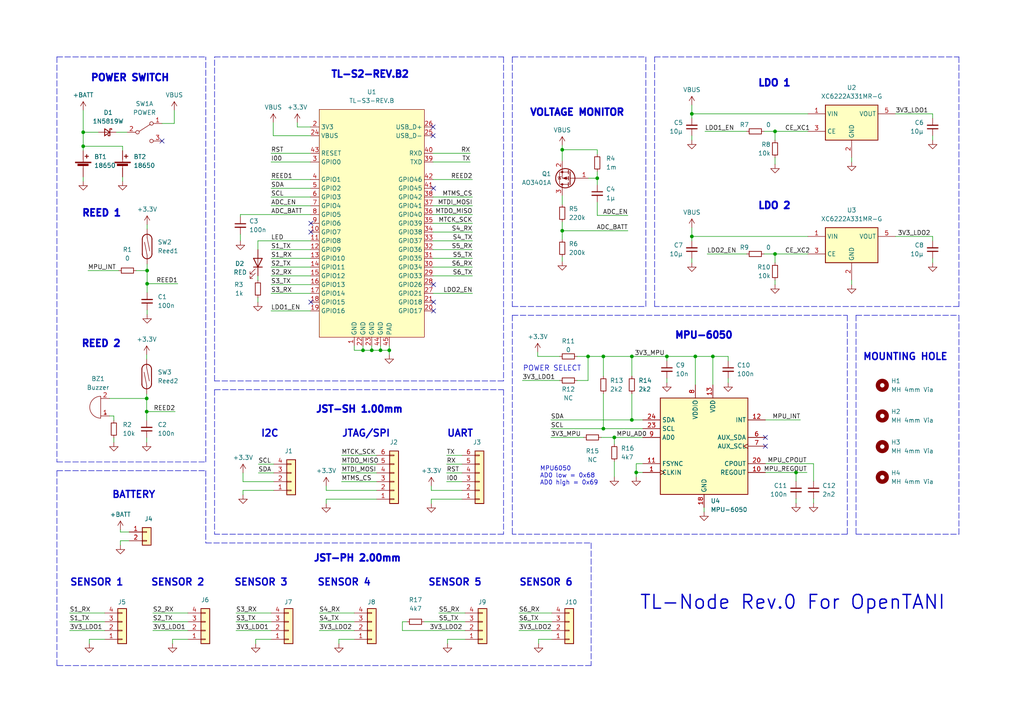
<source format=kicad_sch>
(kicad_sch (version 20211123) (generator eeschema)
  (paper "A4")
  (title_block (title "TL-Node Rev.0") (date "2022-10-10") (rev "0"))
  (junction (at 42.672 82.296))
  (junction (at 175.006 103.378))
  (junction (at 110.363 101.6))
  (junction (at 224.79 73.66))
  (junction (at 184.531 137.033))
  (junction (at 24.13 42.418))
  (junction (at 42.545 115.57))
  (junction (at 173.228 51.689))
  (junction (at 224.79 38.1))
  (junction (at 42.672 78.486))
  (junction (at 163.068 43.434))
  (junction (at 183.261 121.793))
  (junction (at 24.13 38.354))
  (junction (at 175.006 124.333))
  (junction (at 183.261 103.378))
  (junction (at 201.676 103.378))
  (junction (at 112.903 101.6))
  (junction (at 42.545 119.38))
  (junction (at 163.068 66.929))
  (junction (at 170.561 103.378))
  (junction (at 178.181 126.873))
  (junction (at 200.66 68.58))
  (junction (at 206.756 103.378))
  (junction (at 105.283 101.6))
  (junction (at 193.421 103.378))
  (junction (at 200.66 33.02))
  (junction (at 107.823 101.6))
  (junction (at 230.886 137.033))
  (no_connect (at 221.996 126.873))
  (no_connect (at 221.996 129.413))
  (no_connect (at 125.603 36.83))
  (no_connect (at 125.603 39.37))
  (no_connect (at 46.99 40.894))
  (no_connect (at 90.17 87.63))
  (no_connect (at 125.73 90.17))
  (no_connect (at 125.73 87.63))
  (no_connect (at 125.73 82.55))
  (no_connect (at 90.17 67.31))
  (no_connect (at 90.17 64.77))
  (no_connect (at 125.73 54.61))
  (wire (pts (xy 224.79 73.66) (xy 224.79 76.2)))
  (wire (pts (xy 200.66 33.02) (xy 200.66 34.29)))
  (wire (pts (xy 70.485 137.16) (xy 70.485 139.7)))
  (polyline (pts (xy 278.13 154.94) (xy 278.13 91.44)))
  (wire (pts (xy 42.545 114.3) (xy 42.545 115.57)))
  (wire (pts (xy 42.672 82.296) (xy 42.672 84.836)))
  (wire (pts (xy 112.903 100.33) (xy 112.903 101.6)))
  (wire (pts (xy 35.56 42.418) (xy 35.56 43.688)))
  (wire (pts (xy 94.615 144.78) (xy 109.22 144.78)))
  (wire (pts (xy 178.181 126.873) (xy 178.181 128.778)))
  (wire (pts (xy 224.79 45.72) (xy 224.79 47.625)))
  (wire (pts (xy 173.228 51.689) (xy 173.228 53.594)))
  (wire (pts (xy 136.398 44.45) (xy 125.603 44.45)))
  (wire (pts (xy 74.93 134.62) (xy 79.375 134.62)))
  (wire (pts (xy 178.181 126.873) (xy 186.436 126.873)))
  (wire (pts (xy 235.966 134.493) (xy 221.996 134.493)))
  (wire (pts (xy 125.603 77.47) (xy 137.033 77.47)))
  (wire (pts (xy 46.99 35.814) (xy 50.546 35.814)))
  (wire (pts (xy 94.615 142.24) (xy 94.615 140.97)))
  (polyline (pts (xy 16.51 136.525) (xy 16.51 193.04)))
  (wire (pts (xy 42.672 65.151) (xy 42.672 66.421)))
  (wire (pts (xy 116.713 180.34) (xy 116.713 182.88)))
  (wire (pts (xy 102.743 185.42) (xy 98.298 185.42)))
  (wire (pts (xy 200.66 33.02) (xy 234.315 33.02)))
  (wire (pts (xy 74.803 80.01) (xy 74.803 81.28)))
  (wire (pts (xy 90.043 54.61) (xy 78.613 54.61)))
  (wire (pts (xy 78.613 52.07) (xy 90.043 52.07)))
  (wire (pts (xy 167.386 110.363) (xy 170.561 110.363)))
  (wire (pts (xy 24.13 51.308) (xy 24.13 52.578)))
  (wire (pts (xy 24.13 42.418) (xy 35.56 42.418)))
  (wire (pts (xy 110.363 100.33) (xy 110.363 101.6)))
  (polyline (pts (xy 189.865 16.51) (xy 278.13 16.51)))
  (wire (pts (xy 230.886 139.573) (xy 230.886 137.033)))
  (wire (pts (xy 125.603 67.31) (xy 137.033 67.31)))
  (wire (pts (xy 44.323 180.34) (xy 54.483 180.34)))
  (wire (pts (xy 170.561 103.378) (xy 175.006 103.378)))
  (wire (pts (xy 78.613 44.45) (xy 90.043 44.45)))
  (wire (pts (xy 20.193 177.8) (xy 30.353 177.8)))
  (wire (pts (xy 105.283 101.6) (xy 107.823 101.6)))
  (wire (pts (xy 170.688 51.689) (xy 173.228 51.689)))
  (polyline (pts (xy 16.51 16.51) (xy 59.69 16.51)))
  (polyline (pts (xy 16.51 16.51) (xy 16.51 133.985)))
  (wire (pts (xy 125.603 80.01) (xy 137.033 80.01)))
  (wire (pts (xy 173.228 49.784) (xy 173.228 51.689)))
  (wire (pts (xy 270.51 33.02) (xy 270.51 34.29)))
  (wire (pts (xy 200.66 68.58) (xy 234.315 68.58)))
  (wire (pts (xy 99.06 139.7) (xy 109.22 139.7)))
  (wire (pts (xy 173.228 62.484) (xy 173.228 58.674)))
  (wire (pts (xy 70.485 142.24) (xy 79.375 142.24)))
  (wire (pts (xy 235.966 139.573) (xy 235.966 134.493)))
  (wire (pts (xy 200.66 66.04) (xy 200.66 68.58)))
  (wire (pts (xy 37.465 154.305) (xy 34.925 154.305)))
  (polyline (pts (xy 148.59 88.9) (xy 187.325 88.9)))
  (wire (pts (xy 129.54 134.62) (xy 133.985 134.62)))
  (wire (pts (xy 39.497 78.486) (xy 42.672 78.486)))
  (wire (pts (xy 31.75 115.57) (xy 42.545 115.57)))
  (wire (pts (xy 42.545 119.38) (xy 50.8 119.38)))
  (polyline (pts (xy 59.69 133.985) (xy 59.69 16.51)))
  (wire (pts (xy 156.21 185.42) (xy 156.21 186.69)))
  (wire (pts (xy 92.583 180.34) (xy 102.743 180.34)))
  (wire (pts (xy 221.615 73.66) (xy 224.79 73.66)))
  (wire (pts (xy 224.79 73.66) (xy 234.315 73.66)))
  (wire (pts (xy 42.545 119.38) (xy 42.545 121.92)))
  (wire (pts (xy 125.095 142.24) (xy 133.985 142.24)))
  (wire (pts (xy 125.095 142.24) (xy 125.095 140.97)))
  (wire (pts (xy 102.743 101.6) (xy 105.283 101.6)))
  (wire (pts (xy 163.068 56.769) (xy 163.068 59.309)))
  (wire (pts (xy 201.676 111.633) (xy 201.676 103.378)))
  (wire (pts (xy 125.095 146.05) (xy 125.095 144.78)))
  (polyline (pts (xy 171.45 157.48) (xy 171.45 193.04)))
  (wire (pts (xy 221.615 38.1) (xy 224.79 38.1)))
  (wire (pts (xy 86.233 36.83) (xy 90.043 36.83)))
  (wire (pts (xy 205.105 73.66) (xy 216.535 73.66)))
  (polyline (pts (xy 189.865 88.9) (xy 189.865 16.51)))
  (wire (pts (xy 204.47 38.1) (xy 216.535 38.1)))
  (wire (pts (xy 44.323 177.8) (xy 54.483 177.8)))
  (wire (pts (xy 90.043 57.15) (xy 78.613 57.15)))
  (wire (pts (xy 230.886 144.653) (xy 230.886 145.923)))
  (wire (pts (xy 221.996 121.793) (xy 232.156 121.793)))
  (wire (pts (xy 78.613 59.69) (xy 90.043 59.69)))
  (wire (pts (xy 163.068 74.549) (xy 163.068 75.819)))
  (wire (pts (xy 79.248 35.56) (xy 79.248 39.37)))
  (wire (pts (xy 99.06 134.62) (xy 109.22 134.62)))
  (wire (pts (xy 247.015 45.72) (xy 247.015 46.99)))
  (wire (pts (xy 50.038 185.42) (xy 50.038 186.69)))
  (wire (pts (xy 68.453 177.8) (xy 78.613 177.8)))
  (wire (pts (xy 116.713 182.88) (xy 134.874 182.88)))
  (polyline (pts (xy 59.69 136.525) (xy 59.69 157.48)))
  (wire (pts (xy 204.216 147.193) (xy 204.216 148.463)))
  (wire (pts (xy 136.398 46.99) (xy 125.603 46.99)))
  (polyline (pts (xy 146.05 16.51) (xy 146.05 110.49)))
  (wire (pts (xy 186.436 134.493) (xy 184.531 134.493)))
  (wire (pts (xy 163.068 42.164) (xy 163.068 43.434)))
  (wire (pts (xy 24.13 32.004) (xy 24.13 38.354)))
  (wire (pts (xy 102.743 100.33) (xy 102.743 101.6)))
  (wire (pts (xy 35.56 51.308) (xy 35.56 52.578)))
  (wire (pts (xy 270.51 74.93) (xy 270.51 76.2)))
  (wire (pts (xy 78.613 77.47) (xy 90.043 77.47)))
  (polyline (pts (xy 146.05 154.94) (xy 62.23 154.94)))
  (wire (pts (xy 129.54 139.7) (xy 133.985 139.7)))
  (wire (pts (xy 235.966 144.653) (xy 235.966 145.923)))
  (wire (pts (xy 211.201 109.728) (xy 211.201 110.998)))
  (wire (pts (xy 78.613 72.39) (xy 90.043 72.39)))
  (wire (pts (xy 33.02 128.27) (xy 33.02 127)))
  (wire (pts (xy 182.118 62.484) (xy 173.228 62.484)))
  (polyline (pts (xy 278.13 16.51) (xy 278.13 88.9)))
  (wire (pts (xy 42.672 89.916) (xy 42.672 91.186)))
  (polyline (pts (xy 62.23 113.03) (xy 146.05 113.03)))
  (wire (pts (xy 150.495 182.88) (xy 160.02 182.88)))
  (wire (pts (xy 174.371 126.873) (xy 178.181 126.873)))
  (wire (pts (xy 99.06 137.16) (xy 109.22 137.16)))
  (wire (pts (xy 25.527 78.486) (xy 34.417 78.486)))
  (polyline (pts (xy 245.745 154.94) (xy 148.59 154.94)))
  (wire (pts (xy 94.615 144.78) (xy 94.615 146.05)))
  (wire (pts (xy 137.033 57.15) (xy 125.603 57.15)))
  (wire (pts (xy 221.996 137.033) (xy 230.886 137.033)))
  (wire (pts (xy 33.02 120.65) (xy 33.02 121.92)))
  (wire (pts (xy 68.453 180.34) (xy 78.613 180.34)))
  (wire (pts (xy 90.043 82.55) (xy 78.613 82.55)))
  (polyline (pts (xy 59.69 157.48) (xy 171.45 157.48)))
  (wire (pts (xy 24.13 38.354) (xy 24.13 42.418)))
  (wire (pts (xy 34.925 154.305) (xy 34.925 153.67)))
  (wire (pts (xy 125.095 144.78) (xy 133.985 144.78)))
  (polyline (pts (xy 62.23 110.49) (xy 62.23 16.51)))
  (wire (pts (xy 184.531 137.033) (xy 184.531 138.303)))
  (wire (pts (xy 137.033 62.23) (xy 125.603 62.23)))
  (wire (pts (xy 163.068 64.389) (xy 163.068 66.929)))
  (wire (pts (xy 184.531 137.033) (xy 186.436 137.033)))
  (wire (pts (xy 90.043 85.09) (xy 78.613 85.09)))
  (wire (pts (xy 107.823 101.6) (xy 110.363 101.6)))
  (wire (pts (xy 170.561 103.378) (xy 170.561 110.363)))
  (wire (pts (xy 200.66 30.48) (xy 200.66 33.02)))
  (wire (pts (xy 125.603 74.93) (xy 137.033 74.93)))
  (wire (pts (xy 74.803 86.36) (xy 74.803 87.63)))
  (polyline (pts (xy 62.23 113.03) (xy 62.23 154.94)))
  (wire (pts (xy 270.51 68.58) (xy 270.51 69.85)))
  (wire (pts (xy 112.903 101.6) (xy 112.903 102.87)))
  (wire (pts (xy 137.033 59.69) (xy 125.603 59.69)))
  (wire (pts (xy 125.603 69.85) (xy 137.033 69.85)))
  (wire (pts (xy 78.613 80.01) (xy 90.043 80.01)))
  (wire (pts (xy 34.925 156.845) (xy 34.925 158.115)))
  (wire (pts (xy 74.803 69.85) (xy 90.043 69.85)))
  (wire (pts (xy 163.068 66.929) (xy 163.068 69.469)))
  (polyline (pts (xy 187.325 88.9) (xy 187.325 16.51)))
  (polyline (pts (xy 171.45 193.04) (xy 16.51 193.04)))
  (wire (pts (xy 167.386 103.378) (xy 170.561 103.378)))
  (wire (pts (xy 247.015 81.28) (xy 247.015 82.55)))
  (wire (pts (xy 68.453 182.88) (xy 78.613 182.88)))
  (wire (pts (xy 42.672 78.486) (xy 42.672 82.296)))
  (wire (pts (xy 193.421 103.378) (xy 201.676 103.378)))
  (wire (pts (xy 69.723 62.23) (xy 90.043 62.23)))
  (polyline (pts (xy 16.51 136.525) (xy 59.69 136.525)))
  (wire (pts (xy 20.193 180.34) (xy 30.353 180.34)))
  (wire (pts (xy 224.79 38.1) (xy 224.79 40.64)))
  (wire (pts (xy 183.261 121.793) (xy 186.436 121.793)))
  (wire (pts (xy 175.006 124.333) (xy 186.436 124.333)))
  (wire (pts (xy 79.375 139.7) (xy 70.485 139.7)))
  (wire (pts (xy 206.756 111.633) (xy 206.756 103.378)))
  (wire (pts (xy 51.562 82.296) (xy 42.672 82.296)))
  (wire (pts (xy 175.006 103.378) (xy 183.261 103.378)))
  (wire (pts (xy 78.613 74.93) (xy 90.043 74.93)))
  (wire (pts (xy 183.261 103.378) (xy 193.421 103.378)))
  (polyline (pts (xy 16.51 133.985) (xy 59.69 133.985)))
  (wire (pts (xy 79.248 39.37) (xy 90.043 39.37)))
  (polyline (pts (xy 148.59 91.44) (xy 148.59 154.94)))
  (wire (pts (xy 74.803 72.39) (xy 74.803 69.85)))
  (wire (pts (xy 193.421 103.378) (xy 193.421 104.648)))
  (wire (pts (xy 224.79 81.28) (xy 224.79 82.55)))
  (wire (pts (xy 86.233 35.56) (xy 86.233 36.83)))
  (wire (pts (xy 24.13 38.354) (xy 28.575 38.354)))
  (wire (pts (xy 78.613 46.99) (xy 90.043 46.99)))
  (wire (pts (xy 98.298 185.42) (xy 98.298 186.69)))
  (wire (pts (xy 137.033 64.77) (xy 125.603 64.77)))
  (wire (pts (xy 159.766 121.793) (xy 183.261 121.793)))
  (wire (pts (xy 183.261 114.173) (xy 183.261 121.793)))
  (wire (pts (xy 42.545 115.57) (xy 42.545 119.38)))
  (wire (pts (xy 123.063 180.34) (xy 134.874 180.34)))
  (wire (pts (xy 42.672 76.581) (xy 42.672 78.486)))
  (wire (pts (xy 107.823 100.33) (xy 107.823 101.6)))
  (wire (pts (xy 70.485 142.24) (xy 70.485 143.51)))
  (wire (pts (xy 92.583 177.8) (xy 102.743 177.8)))
  (wire (pts (xy 178.181 133.858) (xy 178.181 138.303)))
  (wire (pts (xy 200.66 74.93) (xy 200.66 76.2)))
  (wire (pts (xy 259.715 68.58) (xy 270.51 68.58)))
  (polyline (pts (xy 148.59 91.44) (xy 245.745 91.44)))
  (wire (pts (xy 69.723 62.23) (xy 69.723 62.865)))
  (polyline (pts (xy 146.05 110.49) (xy 62.23 110.49)))
  (polyline (pts (xy 62.23 16.51) (xy 146.05 16.51)))
  (wire (pts (xy 175.006 103.378) (xy 175.006 109.093)))
  (wire (pts (xy 110.363 101.6) (xy 112.903 101.6)))
  (polyline (pts (xy 248.285 154.94) (xy 278.13 154.94)))
  (wire (pts (xy 129.794 185.42) (xy 129.794 186.69)))
  (wire (pts (xy 175.006 114.173) (xy 175.006 124.333)))
  (wire (pts (xy 156.21 185.42) (xy 160.02 185.42)))
  (wire (pts (xy 50.546 32.004) (xy 50.546 35.814)))
  (wire (pts (xy 150.495 180.34) (xy 160.02 180.34)))
  (wire (pts (xy 162.306 103.378) (xy 155.956 103.378)))
  (wire (pts (xy 74.168 185.42) (xy 74.168 186.69)))
  (wire (pts (xy 94.615 142.24) (xy 109.22 142.24)))
  (polyline (pts (xy 146.05 113.03) (xy 146.05 154.94)))
  (wire (pts (xy 42.545 127) (xy 42.545 128.27)))
  (wire (pts (xy 155.956 103.378) (xy 155.956 102.108)))
  (polyline (pts (xy 148.59 16.51) (xy 187.325 16.51)))
  (wire (pts (xy 259.715 33.02) (xy 270.51 33.02)))
  (polyline (pts (xy 248.285 91.44) (xy 248.285 154.94)))
  (wire (pts (xy 184.531 134.493) (xy 184.531 137.033)))
  (wire (pts (xy 211.201 103.378) (xy 211.201 104.648)))
  (wire (pts (xy 200.66 40.64) (xy 200.66 39.37)))
  (polyline (pts (xy 248.285 91.44) (xy 278.13 91.44)))
  (wire (pts (xy 159.766 124.333) (xy 175.006 124.333)))
  (wire (pts (xy 50.038 185.42) (xy 54.483 185.42)))
  (wire (pts (xy 163.068 43.434) (xy 163.068 46.609)))
  (wire (pts (xy 24.13 43.688) (xy 24.13 42.418)))
  (polyline (pts (xy 245.745 91.44) (xy 245.745 154.94)))
  (wire (pts (xy 173.228 44.704) (xy 173.228 43.434)))
  (wire (pts (xy 33.02 120.65) (xy 31.75 120.65)))
  (wire (pts (xy 183.261 103.378) (xy 183.261 109.093)))
  (wire (pts (xy 34.925 156.845) (xy 37.465 156.845)))
  (wire (pts (xy 125.603 52.07) (xy 137.033 52.07)))
  (wire (pts (xy 201.676 103.378) (xy 206.756 103.378)))
  (wire (pts (xy 163.068 66.929) (xy 182.118 66.929)))
  (wire (pts (xy 129.54 132.08) (xy 133.985 132.08)))
  (wire (pts (xy 150.495 177.8) (xy 160.02 177.8)))
  (wire (pts (xy 74.168 185.42) (xy 78.613 185.42)))
  (wire (pts (xy 25.908 185.42) (xy 30.353 185.42)))
  (wire (pts (xy 151.511 110.363) (xy 162.306 110.363)))
  (wire (pts (xy 105.283 100.33) (xy 105.283 101.6)))
  (wire (pts (xy 44.323 182.88) (xy 54.483 182.88)))
  (wire (pts (xy 99.06 132.08) (xy 109.22 132.08)))
  (wire (pts (xy 129.54 137.16) (xy 133.985 137.16)))
  (polyline (pts (xy 278.13 88.9) (xy 189.865 88.9)))
  (wire (pts (xy 33.655 38.354) (xy 36.83 38.354)))
  (wire (pts (xy 116.713 180.34) (xy 117.983 180.34)))
  (wire (pts (xy 125.603 85.09) (xy 137.033 85.09)))
  (wire (pts (xy 25.908 185.42) (xy 25.908 186.69)))
  (wire (pts (xy 125.603 72.39) (xy 137.033 72.39)))
  (wire (pts (xy 270.51 39.37) (xy 270.51 40.64)))
  (wire (pts (xy 69.723 67.945) (xy 69.723 69.85)))
  (wire (pts (xy 129.794 185.42) (xy 134.874 185.42)))
  (wire (pts (xy 92.583 182.88) (xy 102.743 182.88)))
  (wire (pts (xy 224.79 38.1) (xy 234.315 38.1)))
  (wire (pts (xy 78.613 90.17) (xy 90.043 90.17)))
  (wire (pts (xy 193.421 109.728) (xy 193.421 110.998)))
  (wire (pts (xy 230.886 137.033) (xy 234.061 137.033)))
  (wire (pts (xy 211.201 103.378) (xy 206.756 103.378)))
  (polyline (pts (xy 148.59 16.51) (xy 148.59 88.9)))
  (wire (pts (xy 20.193 182.88) (xy 30.353 182.88)))
  (wire (pts (xy 159.766 126.873) (xy 169.291 126.873)))
  (wire (pts (xy 200.66 68.58) (xy 200.66 69.85)))
  (wire (pts (xy 173.228 43.434) (xy 163.068 43.434)))
  (wire (pts (xy 42.545 102.87) (xy 42.545 104.14)))
  (wire (pts (xy 74.93 137.16) (xy 79.375 137.16)))
  (wire (pts (xy 127.254 177.8) (xy 134.874 177.8)))
  (text "LDO 2" (at 219.71 60.96 0) (effects (font (size 2 2) (thickness 0.6) bold) (justify left bottom)))
  (text "TL-S2-REV.B2" (at 95.885 22.86 0) (effects (font (size 2 2) (thickness 0.6) bold) (justify left bottom)))
  (text "SENSOR 4" (at 91.948 170.18 0) (effects (font (size 2 2) (thickness 0.4) bold) (justify left bottom)))
  (text "TL-Node Rev.0 For OpenTANI" (at 185.42 177.165 0) (effects (font (size 4 4) (thickness 0.4) bold) (justify left bottom)))
  (text "SENSOR 5" (at 124.079 170.18 0) (effects (font (size 2 2) (thickness 0.4) bold) (justify left bottom)))
  (text "SENSOR 6" (at 150.495 170.18 0) (effects (font (size 2 2) (thickness 0.4) bold) (justify left bottom)))
  (text "MPU-6050" (at 195.58 98.552 0) (effects (font (size 2 2) (thickness 0.6) bold) (justify left bottom)))
  (text "VOLTAGE MONITOR" (at 153.543 33.909 0) (effects (font (size 2 2) (thickness 0.6) bold) (justify left bottom)))
  (text "REED 1" (at 23.622 63.119 0) (effects (font (size 2 2) (thickness 0.6) bold) (justify left bottom)))
  (text "JTAG/SPI" (at 99.06 127 0) (effects (font (size 2 2) (thickness 0.4) bold) (justify left bottom)))
  (text "MOUNTING HOLE" (at 250.19 104.775 0) (effects (font (size 2 2) (thickness 0.4) bold) (justify left bottom)))
  (text "SENSOR 3" (at 67.818 170.18 0) (effects (font (size 2 2) (thickness 0.4) bold) (justify left bottom)))
  (text "MPU6050 \nAD0 low = 0x68\nAD0 high = 0x69" (at 156.591 140.843 0) (effects (font (size 1.27 1.27)) (justify left bottom)))
  (text "UART" (at 129.54 127 0) (effects (font (size 2 2) (thickness 0.4) bold) (justify left bottom)))
  (text "REED 2" (at 23.495 100.965 0) (effects (font (size 2 2) (thickness 0.6) bold) (justify left bottom)))
  (text "BATTERY" (at 32.385 144.78 0) (effects (font (size 2 2) (thickness 0.4) bold) (justify left bottom)))
  (text "POWER SWITCH" (at 26.162 23.876 0) (effects (font (size 2 2) (thickness 0.6) bold) (justify left bottom)))
  (text "JST-PH 2.00mm" (at 90.805 163.195 0) (effects (font (size 2 2) (thickness 0.6) bold) (justify left bottom)))
  (text "JST-SH 1.00mm" (at 91.44 120.015 0) (effects (font (size 2 2) (thickness 0.6) bold) (justify left bottom)))
  (text "SENSOR 1" (at 20.193 170.18 0) (effects (font (size 2 2) (thickness 0.4) bold) (justify left bottom)))
  (text "I2C" (at 75.565 127 0) (effects (font (size 2 2) (thickness 0.4) bold) (justify left bottom)))
  (text "POWER SELECT" (at 151.638 107.823 0) (effects (font (size 1.5 1.5)) (justify left bottom)))
  (text "LDO 1" (at 219.71 25.4 0) (effects (font (size 2 2) (thickness 0.6) bold) (justify left bottom)))
  (text "SENSOR 2" (at 43.688 170.18 0) (effects (font (size 2 2) (thickness 0.4) bold) (justify left bottom)))
  (label "S3_RX" (at 78.613 85.09 0))
  (label "S1_TX" (at 20.193 180.34 0))
  (label "S4_TX" (at 137.033 69.85 180))
  (label "ADC_BATT" (at 182.118 66.929 180))
  (label "3V3_MPU" (at 159.766 126.873 0))
  (label "MTCK_SCK" (at 137.033 64.77 180))
  (label "S2_RX" (at 44.323 177.8 0))
  (label "MPU_AD0" (at 178.816 126.873 0))
  (label "SCL" (at 159.766 124.333 0))
  (label "SDA" (at 159.766 121.793 0))
  (label "LED" (at 78.613 69.85 0))
  (label "TX" (at 129.54 132.08 0))
  (label "S6_TX" (at 137.033 80.01 180))
  (label "MTMS_CS" (at 137.033 57.15 180))
  (label "3V3_LDO2" (at 124.587 182.88 0))
  (label "ADC_BATT" (at 78.613 62.23 0))
  (label "SCL" (at 78.613 57.15 0))
  (label "SCL" (at 74.93 134.62 0))
  (label "S5_RX" (at 127.254 177.8 0))
  (label "MPU_REGOUT" (at 234.061 137.033 180))
  (label "S1_TX" (at 78.613 72.39 0))
  (label "S3_TX" (at 68.453 180.34 0))
  (label "LDO1_EN" (at 204.47 38.1 0))
  (label "ADC_EN" (at 182.118 62.484 180))
  (label "REED2" (at 50.8 119.38 180))
  (label "CE_XC2" (at 234.95 73.66 180))
  (label "MTDO_MISO" (at 99.06 134.62 0))
  (label "S4_TX" (at 92.583 180.34 0))
  (label "RST" (at 78.613 44.45 0))
  (label "REED1" (at 78.613 52.07 0))
  (label "3V3_LDO1" (at 20.193 182.88 0))
  (label "MTDO_MISO" (at 137.033 62.23 180))
  (label "S2_TX" (at 44.323 180.34 0))
  (label "S1_RX" (at 20.193 177.8 0))
  (label "CE_XC1" (at 234.95 38.1 180))
  (label "MPU_INT" (at 25.527 78.486 0))
  (label "MTDI_MOSI" (at 99.06 137.16 0))
  (label "RX" (at 136.398 44.45 180))
  (label "3V3_LDO1" (at 68.453 182.88 0))
  (label "S5_RX" (at 137.033 72.39 180))
  (label "RX" (at 129.54 134.62 0))
  (label "S4_RX" (at 92.583 177.8 0))
  (label "S6_RX" (at 150.495 177.8 0))
  (label "MTCK_SCK" (at 99.06 132.08 0))
  (label "LDO1_EN" (at 78.613 90.17 0))
  (label "LDO2_EN" (at 137.033 85.09 180))
  (label "LDO2_EN" (at 205.105 73.66 0))
  (label "MTDI_MOSI" (at 137.033 59.69 180))
  (label "S3_RX" (at 68.453 177.8 0))
  (label "MPU_INT" (at 232.156 121.793 180))
  (label "I00" (at 129.54 139.7 0))
  (label "RST" (at 129.54 137.16 0))
  (label "MTMS_CS" (at 99.06 139.7 0))
  (label "REED1" (at 51.562 82.296 180))
  (label "S6_TX" (at 150.495 180.34 0))
  (label "3V3_LDO1" (at 44.323 182.88 0))
  (label "SDA" (at 74.93 137.16 0))
  (label "3V3_LDO2" (at 150.495 182.88 0))
  (label "TX" (at 136.398 46.99 180))
  (label "3V3_LDO1" (at 269.24 33.02 180))
  (label "3V3_MPU" (at 192.786 103.378 180))
  (label "SDA" (at 78.613 54.61 0))
  (label "I00" (at 78.613 46.99 0))
  (label "S6_RX" (at 137.033 77.47 180))
  (label "S4_RX" (at 137.033 67.31 180))
  (label "ADC_EN" (at 78.613 59.69 0))
  (label "3V3_LDO1" (at 151.511 110.363 0))
  (label "S3_TX" (at 78.613 82.55 0))
  (label "3V3_LDO2" (at 92.583 182.88 0))
  (label "3V3_LDO2" (at 269.875 68.58 180))
  (label "S2_RX" (at 78.613 80.01 0))
  (label "S5_TX" (at 137.033 74.93 180))
  (label "MPU_CPOUT" (at 222.631 134.493 0))
  (label "S1_RX" (at 78.613 74.93 0))
  (label "REED2" (at 137.033 52.07 180))
  (label "S2_TX" (at 78.613 77.47 0))
  (label "S5_TX" (at 127.254 180.34 0))
  (symbol (lib_id "power:GND") (at 69.723 69.85 0) (unit 1)
    (property "Reference" "#PWR014" (effects hide))
    (property "Value" "GND" (effects hide))
  )
  (symbol (lib_id "power:GND") (at 230.886 145.923 0) (unit 1)
    (property "Reference" "#PWR043" (effects hide))
    (property "Value" "GND" (effects hide))
  )
  (symbol (lib_id "Device:C_Small") (at 42.545 124.46 180) (unit 1)
    (property "Reference" "C2" (at 45.72 123.1835 0) (effects (justify right)))
    (property "Value" "100n" (at 45.72 125.7235 0) (effects (justify right)))
    (property "Footprint" "TL_Library:C_0402_TL" (effects hide))
  )
  (symbol (lib_id "Device:D_Schottky_Small") (at 31.115 38.354 0) (mirror y) (unit 1)
    (property "Reference" "D1" (at 31.369 32.639 0))
    (property "Value" "1N5819W" (at 31.369 35.179 0))
    (property "Footprint" "TL_Library:D_SOD-123F" (effects hide))
  )
  (symbol (lib_id "power:+3.3V") (at 86.233 35.56 0) (unit 1)
    (property "Reference" "#PWR020" (effects hide))
    (property "Value" "+3.3V" (at 86.233 31.115 0))
  )
  (symbol (lib_id "power:GND") (at 224.79 82.55 0) (unit 1)
    (property "Reference" "#PWR042" (effects hide))
    (property "Value" "GND" (effects hide))
  )
  (symbol (lib_id "Device:Battery_Cell") (at 35.56 48.768 0) (unit 1)
    (property "Reference" "BT2" (at 38.735 45.4659 0) (effects (justify left)))
    (property "Value" "18650" (at 38.735 48.0059 0) (effects (justify left)))
    (property "Footprint" "TL_Library:BatteryHolder_MPD_BH-18650-PC2" (effects hide))
  )
  (symbol (lib_id "power:+BATT") (at 24.13 32.004 0) (unit 1)
    (property "Reference" "#PWR01" (effects hide))
    (property "Value" "+BATT" (at 24.13 27.559 0))
  )
  (symbol (lib_id "power:GND") (at 193.421 110.998 0) (unit 1)
    (property "Reference" "#PWR034" (effects hide))
    (property "Value" "GND" (effects hide))
  )
  (symbol (lib_id "Device:Buzzer") (at 29.21 118.11 180) (unit 1)
    (property "Reference" "BZ1" (at 28.448 109.855 0))
    (property "Value" "Buzzer" (at 28.448 112.395 0))
    (property "Footprint" "TL_Library:JST_SH_BM02B-SRSS-TB_1x02-1MP_P1.00mm_Vertical" (effects hide))
  )
  (symbol (lib_id "power:GND") (at 74.803 87.63 0) (unit 1)
    (property "Reference" "#PWR018" (effects hide))
    (property "Value" "GND" (effects hide))
  )
  (symbol (lib_id "Device:R_Small") (at 219.075 38.1 90) (mirror x) (unit 1)
    (property "Reference" "R7" (at 215.9 36.195 90))
    (property "Value" "0" (at 222.885 36.195 90))
    (property "Footprint" "TL_Library:R_0402_TL" (effects hide))
  )
  (symbol (lib_id "Switch:SW_Reed") (at 42.672 71.501 270) (unit 1)
    (property "Reference" "SW2" (at 45.72 70.2309 90) (effects (justify left)))
    (property "Value" "Reed1" (at 45.72 72.7709 90) (effects (justify left)))
    (property "Footprint" "TL_Library:SW_SPST_REED_CT10-XXXX-G1" (effects hide))
    (property "link" "https://my.element14.com/coto-technology/ct10-2540-g1/reed-switch-spst-0-5a-200v-gull/dp/2982769?st=spst%20reed%20ct10" (effects hide))
  )
  (symbol (lib_id "power:GND") (at 200.66 76.2 0) (unit 1)
    (property "Reference" "#PWR038" (effects hide))
    (property "Value" "GND" (effects hide))
  )
  (symbol (lib_id "power:VBUS") (at 200.66 66.04 0) (unit 1)
    (property "Reference" "#PWR037" (effects hide))
    (property "Value" "VBUS" (at 200.66 61.595 0))
  )
  (symbol (lib_id "Mechanical:MountingHole") (at 255.905 120.65 0) (unit 1)
    (property "Reference" "H2" (at 258.445 119.3799 0) (effects (justify left)))
    (property "Value" "MH 4mm Via" (at 258.445 121.9199 0) (effects (justify left)))
    (property "Footprint" "MountingHole:MountingHole_3mm_Pad_Via" (effects hide))
  )
  (symbol (lib_id "Device:R_Small") (at 163.068 61.849 0) (mirror y) (unit 1)
    (property "Reference" "R5" (at 164.973 60.5789 0) (effects (justify right)))
    (property "Value" "220k" (at 164.973 63.1189 0) (effects (justify right)))
    (property "Footprint" "TL_Library:R_0402_TL" (effects hide))
  )
  (symbol (lib_id "power:+3.3V") (at 155.956 102.108 0) (unit 1)
    (property "Reference" "#PWR028" (effects hide))
    (property "Value" "+3.3V" (at 155.956 97.663 0))
  )
  (symbol (lib_id "Device:R_Small") (at 178.181 131.318 0) (unit 1)
    (property "Reference" "R16" (at 180.086 130.048 0) (effects (justify left)))
    (property "Value" "4k7" (at 180.086 132.588 0) (effects (justify left)))
    (property "Footprint" "TL_Library:R_0402_TL" (effects hide))
  )
  (symbol (lib_id "power:GND") (at 112.903 102.87 0) (unit 1)
    (property "Reference" "#PWR024" (effects hide))
    (property "Value" "GND" (effects hide))
  )
  (symbol (lib_id "Device:R_Small") (at 224.79 78.74 0) (mirror x) (unit 1)
    (property "Reference" "R10" (at 223.52 77.47 0) (effects (justify right)))
    (property "Value" "10k" (at 223.52 80.01 0) (effects (justify right)))
    (property "Footprint" "TL_Library:R_0402_TL" (effects hide))
  )
  (symbol (lib_id "power:GND") (at 98.298 186.69 0) (unit 1)
    (property "Reference" "#PWR023" (effects hide))
    (property "Value" "GND" (effects hide))
  )
  (symbol (lib_id "power:+3.3V") (at 42.545 102.87 0) (unit 1)
    (property "Reference" "#PWR08" (effects hide))
    (property "Value" "+3.3V" (at 42.545 98.425 0))
  )
  (symbol (lib_id "power:GND") (at 270.51 40.64 0) (unit 1)
    (property "Reference" "#PWR047" (effects hide))
    (property "Value" "GND" (effects hide))
  )
  (symbol (lib_id "Device:R_Small") (at 33.02 124.46 180) (unit 1)
    (property "Reference" "R2" (at 35.56 123.1899 0) (effects (justify right)))
    (property "Value" "10k" (at 35.56 125.7299 0) (effects (justify right)))
    (property "Footprint" "TL_Library:R_0402_TL" (effects hide))
  )
  (symbol (lib_id "Connector_Generic:Conn_01x06") (at 139.065 139.7 0) (mirror x) (unit 1)
    (property "Reference" "J3" (at 137.16 128.27 0) (effects (justify left)))
    (property "Value" "JST-SH 1x06" (effects hide))
    (property "Footprint" "TL_Library:JST_SH_1x06-1MP_P1.00mm_Vertical_TL" (effects hide))
  )
  (symbol (lib_id "My_Library:XC6222A331MR-G") (at 247.015 35.56 0) (unit 1)
    (property "Reference" "U2" (at 247.015 25.4 0))
    (property "Value" "XC6222A331MR-G" (at 247.015 27.94 0))
    (property "Footprint" "TL_Library:SOT-23-5_TL" (effects hide))
    (property "Datasheet" "https://www.torexsemi.com/file/xc6220/XC6220.pdf" (effects hide))
  )
  (symbol (lib_id "power:GND") (at 74.168 186.69 0) (unit 1)
    (property "Reference" "#PWR017" (effects hide))
    (property "Value" "GND" (effects hide))
  )
  (symbol (lib_id "power:GND") (at 211.201 110.998 0) (unit 1)
    (property "Reference" "#PWR040" (effects hide))
    (property "Value" "GND" (effects hide))
  )
  (symbol (lib_id "Device:C_Small") (at 270.51 36.83 0) (mirror x) (unit 1)
    (property "Reference" "C6" (at 267.97 35.56 0) (effects (justify right)))
    (property "Value" "10µ" (at 267.97 38.1 0) (effects (justify right)))
    (property "Footprint" "TL_Library:C_0603_TL" (effects hide))
  )
  (symbol (lib_id "power:GND") (at 270.51 76.2 0) (unit 1)
    (property "Reference" "#PWR048" (effects hide))
    (property "Value" "GND" (effects hide))
  )
  (symbol (lib_id "power:+3.3V") (at 42.672 65.151 0) (unit 1)
    (property "Reference" "#PWR010" (effects hide))
    (property "Value" "+3.3V" (at 42.672 60.706 0))
  )
  (symbol (lib_id "Switch:SW_DPDT_x2") (at 41.91 38.354 0) (unit 1)
    (property "Reference" "SW1" (at 41.91 30.099 0))
    (property "Value" "POWER" (at 41.91 32.639 0))
    (property "Footprint" "TL_Library:SW_SPDT_PCM12_TL" (effects hide))
  )
  (symbol (lib_id "Mechanical:MountingHole") (at 255.905 129.54 0) (unit 1)
    (property "Reference" "H3" (at 258.445 128.2699 0) (effects (justify left)))
    (property "Value" "MH 4mm Via" (at 258.445 130.8099 0) (effects (justify left)))
    (property "Footprint" "MountingHole:MountingHole_3mm_Pad_Via" (effects hide))
  )
  (symbol (lib_id "Device:R_Small") (at 224.79 43.18 0) (mirror x) (unit 1)
    (property "Reference" "R8" (at 223.52 41.91 0) (effects (justify right)))
    (property "Value" "10k" (at 223.52 44.45 0) (effects (justify right)))
    (property "Footprint" "TL_Library:R_0402_TL" (effects hide))
  )
  (symbol (lib_id "power:+BATT") (at 34.925 153.67 0) (unit 1)
    (property "Reference" "#PWR05" (effects hide))
    (property "Value" "+BATT" (at 34.925 149.225 0))
  )
  (symbol (lib_id "power:GND") (at 247.015 82.55 0) (unit 1)
    (property "Reference" "#PWR046" (effects hide))
    (property "Value" "GND" (effects hide))
  )
  (symbol (lib_id "Device:C_Small") (at 200.66 36.83 0) (mirror x) (unit 1)
    (property "Reference" "C5" (at 198.12 35.56 0) (effects (justify right)))
    (property "Value" "10µ" (at 198.12 38.1 0) (effects (justify right)))
    (property "Footprint" "TL_Library:C_0603_TL" (effects hide))
  )
  (symbol (lib_id "power:GND") (at 156.21 186.69 0) (unit 1)
    (property "Reference" "#PWR029" (effects hide))
    (property "Value" "GND" (effects hide))
  )
  (symbol (lib_id "Connector_Generic:Conn_01x04") (at 84.455 139.7 0) (mirror x) (unit 1)
    (property "Reference" "J1" (at 82.55 130.81 0) (effects (justify left)))
    (property "Value" "JST-PH 1x04" (effects hide))
    (property "Footprint" "TL_Library:JST_SH_BM04B-SRSS-TB_1x04-1MP_P1.00mm_Vertical_TL" (effects hide))
  )
  (symbol (lib_id "power:GND") (at 129.794 186.69 0) (unit 1)
    (property "Reference" "#PWR027" (effects hide))
    (property "Value" "GND" (effects hide))
  )
  (symbol (lib_id "Mechanical:MountingHole") (at 255.905 111.76 0) (unit 1)
    (property "Reference" "H1" (at 258.445 110.4899 0) (effects (justify left)))
    (property "Value" "MH 4mm Via" (at 258.445 113.0299 0) (effects (justify left)))
    (property "Footprint" "MountingHole:MountingHole_3mm_Pad_Via" (effects hide))
  )
  (symbol (lib_id "Device:R_Small") (at 171.831 126.873 270) (unit 1) (in_bom no)
    (property "Reference" "R15" (at 171.831 130.81 90))
    (property "Value" "NC" (at 171.831 133.35 90))
    (property "Footprint" "TL_Library:R_0402_TL" (effects hide))
  )
  (symbol (lib_id "power:GND") (at 50.038 186.69 0) (unit 1)
    (property "Reference" "#PWR012" (effects hide))
    (property "Value" "GND" (effects hide))
  )
  (symbol (lib_id "power:GND") (at 42.672 91.186 0) (unit 1)
    (property "Reference" "#PWR011" (effects hide))
    (property "Value" "GND" (effects hide))
  )
  (symbol (lib_id "Device:R_Small") (at 163.068 72.009 0) (mirror y) (unit 1)
    (property "Reference" "R6" (at 164.973 70.7389 0) (effects (justify right)))
    (property "Value" "200k" (at 164.973 73.2789 0) (effects (justify right)))
    (property "Footprint" "TL_Library:R_0402_TL" (effects hide))
  )
  (symbol (lib_id "power:VBUS") (at 163.068 42.164 0) (unit 1)
    (property "Reference" "#PWR030" (effects hide))
    (property "Value" "VBUS" (at 163.068 37.719 0))
  )
  (symbol (lib_id "Device:C_Small") (at 42.672 87.376 180) (unit 1)
    (property "Reference" "C1" (at 45.72 86.0995 0) (effects (justify right)))
    (property "Value" "100n" (at 45.72 88.6395 0) (effects (justify right)))
    (property "Footprint" "TL_Library:C_0402_TL" (effects hide))
  )
  (symbol (lib_id "Device:C_Small") (at 270.51 72.39 0) (mirror x) (unit 1)
    (property "Reference" "C8" (at 267.97 71.12 0) (effects (justify right)))
    (property "Value" "10µ" (at 267.97 73.66 0) (effects (justify right)))
    (property "Footprint" "TL_Library:C_0603_TL" (effects hide))
  )
  (symbol (lib_id "Device:R_Small") (at 219.075 73.66 90) (mirror x) (unit 1)
    (property "Reference" "R9" (at 215.9 71.755 90))
    (property "Value" "0" (at 222.885 71.755 90))
    (property "Footprint" "TL_Library:R_0402_TL" (effects hide))
  )
  (symbol (lib_id "Connector_Generic:Conn_01x02") (at 42.545 154.305 0) (unit 1)
    (property "Reference" "J4" (at 41.91 150.495 0) (effects (justify left)))
    (property "Value" "JST-PH 1x02" (effects hide))
    (property "Footprint" "TL_Library:JST_PH_B2B-PH-TL-2.0" (effects hide))
  )
  (symbol (lib_id "power:GND") (at 94.615 146.05 0) (unit 1)
    (property "Reference" "#PWR022" (effects hide))
    (property "Value" "GND" (effects hide))
  )
  (symbol (lib_id "power:GND") (at 125.095 146.05 0) (unit 1)
    (property "Reference" "#PWR026" (effects hide))
    (property "Value" "GND" (effects hide))
  )
  (symbol (lib_id "power:GND") (at 184.531 138.303 0) (unit 1)
    (property "Reference" "#PWR033" (effects hide))
    (property "Value" "GND" (effects hide))
  )
  (symbol (lib_id "Sensor_Motion:MPU-6050") (at 204.216 129.413 0) (unit 1)
    (property "Reference" "U4" (at 206.121 145.288 0) (effects (justify left)))
    (property "Value" "MPU-6050" (at 206.121 147.828 0) (effects (justify left)))
    (property "Footprint" "TL_Library:InvenSense_QFN-24_4x4mm_P0.5mm_NoMask" (effects hide))
    (property "Datasheet" "https://store.invensense.com/datasheets/invensense/MPU-6050_DataSheet_V3%204.pdf" (effects hide))
  )
  (symbol (lib_id "Device:R_Small") (at 175.006 111.633 0) (unit 1)
    (property "Reference" "R13" (at 176.911 110.363 0) (effects (justify left)))
    (property "Value" "2k2" (at 176.911 112.903 0) (effects (justify left)))
    (property "Footprint" "TL_Library:R_0402_TL" (effects hide))
  )
  (symbol (lib_id "power:GND") (at 247.015 46.99 0) (unit 1)
    (property "Reference" "#PWR045" (effects hide))
    (property "Value" "GND" (effects hide))
  )
  (symbol (lib_id "power:VBUS") (at 50.546 32.004 0) (unit 1)
    (property "Reference" "#PWR013" (effects hide))
    (property "Value" "VBUS" (at 50.546 27.559 0))
  )
  (symbol (lib_id "power:GND") (at 70.485 143.51 0) (unit 1)
    (property "Reference" "#PWR016" (effects hide))
    (property "Value" "GND" (effects hide))
  )
  (symbol (lib_id "power:GND") (at 33.02 128.27 0) (unit 1)
    (property "Reference" "#PWR04" (effects hide))
    (property "Value" "GND" (effects hide))
  )
  (symbol (lib_id "power:GND") (at 178.181 138.303 0) (unit 1)
    (property "Reference" "#PWR032" (effects hide))
    (property "Value" "GND" (effects hide))
  )
  (symbol (lib_id "power:GND") (at 163.068 75.819 0) (mirror y) (unit 1)
    (property "Reference" "#PWR031" (effects hide))
    (property "Value" "GND" (effects hide))
  )
  (symbol (lib_id "power:GND") (at 34.925 158.115 0) (unit 1)
    (property "Reference" "#PWR06" (effects hide))
    (property "Value" "GND" (effects hide))
  )
  (symbol (lib_id "Device:C_Small") (at 69.723 65.405 0) (mirror y) (unit 1)
    (property "Reference" "C3" (at 72.263 64.135 0) (effects (justify right)))
    (property "Value" "100n" (at 72.263 66.675 0) (effects (justify right)))
    (property "Footprint" "TL_Library:C_0402_TL" (effects hide))
  )
  (symbol (lib_id "Connector_Generic:Conn_01x04") (at 165.1 182.88 0) (mirror x) (unit 1)
    (property "Reference" "J10" (at 163.83 174.625 0) (effects (justify left)))
    (property "Value" "JST-PH 1x04" (effects hide))
    (property "Footprint" "TL_Library:JST_PH_S4B-PH-SM4-TB_1x04-1MP_P2.00mm_Horizontal" (effects hide))
  )
  (symbol (lib_id "power:GND") (at 204.216 148.463 0) (unit 1)
    (property "Reference" "#PWR039" (effects hide))
    (property "Value" "GND" (effects hide))
  )
  (symbol (lib_id "Device:R_Small") (at 164.846 110.363 270) (mirror x) (unit 1) (in_bom no)
    (property "Reference" "R12" (at 164.846 112.903 90))
    (property "Value" "NC" (at 164.846 115.443 90))
    (property "Footprint" "TL_Library:R_0402_TL" (effects hide))
  )
  (symbol (lib_id "My_Library:TL-S3-REV.B") (at 107.823 69.85 0) (unit 1)
    (property "Reference" "U1" (at 107.823 26.67 0))
    (property "Value" "TL-S3-REV.B" (at 107.823 29.21 0))
    (property "Footprint" "TL_Library:TL-S2_Rev.B2" (effects hide))
  )
  (symbol (lib_id "power:GND") (at 235.966 145.923 0) (unit 1)
    (property "Reference" "#PWR044" (effects hide))
    (property "Value" "GND" (effects hide))
  )
  (symbol (lib_id "power:VBUS") (at 79.248 35.56 0) (unit 1)
    (property "Reference" "#PWR019" (effects hide))
    (property "Value" "VBUS" (at 79.248 31.115 0))
  )
  (symbol (lib_id "My_Library:XC6222A331MR-G") (at 247.015 71.12 0) (unit 1)
    (property "Reference" "U3" (at 247.015 60.96 0))
    (property "Value" "XC6222A331MR-G" (at 247.015 63.5 0))
    (property "Footprint" "TL_Library:SOT-23-5_TL" (effects hide))
    (property "Datasheet" "https://www.torexsemi.com/file/xc6220/XC6220.pdf" (effects hide))
  )
  (symbol (lib_id "power:+3.3V") (at 125.095 140.97 0) (unit 1)
    (property "Reference" "#PWR025" (effects hide))
    (property "Value" "+3.3V" (at 125.095 136.525 0))
  )
  (symbol (lib_id "power:+3.3V") (at 70.485 137.16 0) (unit 1)
    (property "Reference" "#PWR015" (effects hide))
    (property "Value" "+3.3V" (at 70.485 132.715 0))
  )
  (symbol (lib_id "Device:C_Small") (at 200.66 72.39 0) (mirror x) (unit 1)
    (property "Reference" "C7" (at 198.12 71.12 0) (effects (justify right)))
    (property "Value" "10µ" (at 198.12 73.66 0) (effects (justify right)))
    (property "Footprint" "TL_Library:C_0603_TL" (effects hide))
  )
  (symbol (lib_id "power:GND") (at 24.13 52.578 0) (unit 1)
    (property "Reference" "#PWR02" (effects hide))
    (property "Value" "GND" (effects hide))
  )
  (symbol (lib_id "Device:C_Small") (at 235.966 142.113 0) (unit 1)
    (property "Reference" "C12" (at 238.506 140.843 0) (effects (justify left)))
    (property "Value" "2n2" (at 238.506 143.383 0) (effects (justify left)))
    (property "Footprint" "TL_Library:C_0402_TL" (effects hide))
  )
  (symbol (lib_id "Device:R_Small") (at 164.846 103.378 90) (mirror x) (unit 1)
    (property "Reference" "R11" (at 164.846 98.933 90))
    (property "Value" "0" (at 164.846 101.473 90))
    (property "Footprint" "TL_Library:R_0402_TL" (effects hide))
  )
  (symbol (lib_id "Transistor_FET:AO3401A") (at 165.608 51.689 180) (unit 1)
    (property "Reference" "Q1" (at 159.893 50.4189 0) (effects (justify left)))
    (property "Value" "AO3401A" (at 159.893 52.9589 0) (effects (justify left)))
    (property "Footprint" "TL_Library:SOT-23_TL" (effects hide))
    (property "Datasheet" "http://www.aosmd.com/pdfs/datasheet/AO3401A.pdf" (effects hide))
  )
  (symbol (lib_id "Device:C_Small") (at 230.886 142.113 0) (mirror y) (unit 1)
    (property "Reference" "C11" (at 228.346 140.843 0) (effects (justify left)))
    (property "Value" "100n" (at 228.346 143.383 0) (effects (justify left)))
    (property "Footprint" "TL_Library:C_0402_TL" (effects hide))
  )
  (symbol (lib_id "Connector_Generic:Conn_01x04") (at 59.563 182.88 0) (mirror x) (unit 1)
    (property "Reference" "J6" (at 58.293 173.99 0) (effects (justify left)))
    (property "Value" "JST-PH 1x04" (effects hide))
    (property "Footprint" "TL_Library:JST_PH_S4B-PH-SM4-TB_1x04-1MP_P2.00mm_Horizontal" (effects hide))
  )
  (symbol (lib_id "power:GND") (at 42.545 128.27 0) (unit 1)
    (property "Reference" "#PWR09" (effects hide))
    (property "Value" "GND" (effects hide))
  )
  (symbol (lib_id "Connector_Generic:Conn_01x04") (at 107.823 182.88 0) (mirror x) (unit 1)
    (property "Reference" "J8" (at 106.553 174.625 0) (effects (justify left)))
    (property "Value" "JST-PH 1x04" (effects hide))
    (property "Footprint" "TL_Library:JST_PH_S4B-PH-SM4-TB_1x04-1MP_P2.00mm_Horizontal" (effects hide))
  )
  (symbol (lib_id "Device:C_Small") (at 193.421 107.188 0) (unit 1)
    (property "Reference" "C9" (at 195.961 105.918 0) (effects (justify left)))
    (property "Value" "10n" (at 195.961 108.458 0) (effects (justify left)))
    (property "Footprint" "TL_Library:C_0402_TL" (effects hide))
  )
  (symbol (lib_id "Connector_Generic:Conn_01x06") (at 114.3 139.7 0) (mirror x) (unit 1)
    (property "Reference" "J2" (at 113.03 128.27 0) (effects (justify left)))
    (property "Value" "JST-SH 1x06" (effects hide))
    (property "Footprint" "TL_Library:JST_SH_1x06-1MP_P1.00mm_Vertical_TL" (effects hide))
  )
  (symbol (lib_id "power:GND") (at 200.66 40.64 0) (unit 1)
    (property "Reference" "#PWR036" (effects hide))
    (property "Value" "GND" (effects hide))
  )
  (symbol (lib_id "Connector_Generic:Conn_01x04") (at 35.433 182.88 0) (mirror x) (unit 1)
    (property "Reference" "J5" (at 34.163 174.625 0) (effects (justify left)))
    (property "Value" "JST-PH 1x04" (effects hide))
    (property "Footprint" "TL_Library:JST_PH_S4B-PH-SM4-TB_1x04-1MP_P2.00mm_Horizontal" (effects hide))
  )
  (symbol (lib_id "Device:Battery_Cell") (at 24.13 48.768 0) (unit 1)
    (property "Reference" "BT1" (at 27.305 45.4659 0) (effects (justify left)))
    (property "Value" "18650" (at 27.305 48.0059 0) (effects (justify left)))
    (property "Footprint" "TL_Library:BatteryHolder_MPD_BH-18650-PC2" (effects hide))
  )
  (symbol (lib_id "power:+3.3V") (at 94.615 140.97 0) (unit 1)
    (property "Reference" "#PWR021" (effects hide))
    (property "Value" "+3.3V" (at 94.615 136.525 0))
  )
  (symbol (lib_id "Device:R_Small") (at 183.261 111.633 0) (unit 1)
    (property "Reference" "R14" (at 185.166 110.363 0) (effects (justify left)))
    (property "Value" "2k2" (at 185.166 112.903 0) (effects (justify left)))
    (property "Footprint" "TL_Library:R_0402_TL" (effects hide))
  )
  (symbol (lib_id "Device:R_Small") (at 36.957 78.486 90) (mirror x) (unit 1)
    (property "Reference" "R1" (at 36.957 72.39 90))
    (property "Value" "0" (at 36.957 74.93 90))
    (property "Footprint" "TL_Library:R_0402_TL" (effects hide))
  )
  (symbol (lib_id "power:GND") (at 224.79 47.625 0) (unit 1)
    (property "Reference" "#PWR041" (effects hide))
    (property "Value" "GND" (effects hide))
  )
  (symbol (lib_id "Connector_Generic:Conn_01x04") (at 83.693 182.88 0) (mirror x) (unit 1)
    (property "Reference" "J7" (at 82.423 174.625 0) (effects (justify left)))
    (property "Value" "JST-PH 1x04" (effects hide))
    (property "Footprint" "TL_Library:JST_PH_S4B-PH-SM4-TB_1x04-1MP_P2.00mm_Horizontal" (effects hide))
  )
  (symbol (lib_id "Device:LED") (at 74.803 76.2 270) (mirror x) (unit 1)
    (property "Reference" "D2" (at 70.866 76.454 90) (effects (justify right)))
    (property "Value" "RED" (at 71.628 78.994 90) (effects (justify right)))
    (property "Footprint" "TL_Library:D_0603_TL" (effects hide))
  )
  (symbol (lib_id "Connector_Generic:Conn_01x04") (at 139.954 182.88 0) (mirror x) (unit 1)
    (property "Reference" "J9" (at 138.684 174.625 0) (effects (justify left)))
    (property "Value" "JST-PH 1x04" (effects hide))
    (property "Footprint" "TL_Library:JST_PH_S4B-PH-SM4-TB_1x04-1MP_P2.00mm_Horizontal" (effects hide))
  )
  (symbol (lib_id "Device:C_Small") (at 173.228 56.134 0) (unit 1)
    (property "Reference" "C4" (at 175.768 54.8702 0) (effects (justify left)))
    (property "Value" "1µ" (at 175.768 57.4102 0) (effects (justify left)))
    (property "Footprint" "TL_Library:C_0402_TL" (effects hide))
  )
  (symbol (lib_id "Device:C_Small") (at 211.201 107.188 0) (unit 1)
    (property "Reference" "C10" (at 213.741 105.918 0) (effects (justify left)))
    (property "Value" "100n" (at 213.741 108.458 0) (effects (justify left)))
    (property "Footprint" "TL_Library:C_0402_TL" (effects hide))
  )
  (symbol (lib_id "Device:R_Small") (at 74.803 83.82 0) (mirror x) (unit 1)
    (property "Reference" "R3" (at 70.612 82.55 0) (effects (justify right)))
    (property "Value" "1k" (at 70.612 85.09 0) (effects (justify right)))
    (property "Footprint" "TL_Library:R_0402_TL" (effects hide))
  )
  (symbol (lib_id "power:GND") (at 35.56 52.578 0) (unit 1)
    (property "Reference" "#PWR07" (effects hide))
    (property "Value" "GND" (effects hide))
  )
  (symbol (lib_id "Device:R_Small") (at 120.523 180.34 90) (mirror x) (unit 1)
    (property "Reference" "R17" (at 120.523 173.99 90))
    (property "Value" "4k7" (at 120.523 176.53 90))
    (property "Footprint" "TL_Library:R_0402_TL" (effects hide))
  )
  (symbol (lib_id "power:VBUS") (at 200.66 30.48 0) (unit 1)
    (property "Reference" "#PWR035" (effects hide))
    (property "Value" "VBUS" (at 200.66 26.035 0))
  )
  (symbol (lib_id "Mechanical:MountingHole") (at 255.905 138.43 0) (unit 1)
    (property "Reference" "H4" (at 258.445 137.1599 0) (effects (justify left)))
    (property "Value" "MH 4mm Via" (at 258.445 139.6999 0) (effects (justify left)))
    (property "Footprint" "MountingHole:MountingHole_3mm_Pad_Via" (effects hide))
  )
  (symbol (lib_id "power:GND") (at 25.908 186.69 0) (unit 1)
    (property "Reference" "#PWR03" (effects hide))
    (property "Value" "GND" (effects hide))
  )
  (symbol (lib_id "Switch:SW_Reed") (at 42.545 109.22 270) (unit 1)
    (property "Reference" "SW3" (at 45.72 107.9499 90) (effects (justify left)))
    (property "Value" "Reed2" (at 45.72 110.4899 90) (effects (justify left)))
    (property "Footprint" "TL_Library:SW_SPST_REED_CT10-XXXX-G1" (effects hide))
    (property "link" "https://my.element14.com/coto-technology/ct10-2540-g1/reed-switch-spst-0-5a-200v-gull/dp/2982769?st=spst%20reed%20ct10" (effects hide))
  )
  (symbol (lib_id "Device:R_Small") (at 173.228 47.244 0) (unit 1)
    (property "Reference" "R4" (at 175.768 45.9739 0) (effects (justify left)))
    (property "Value" "1m" (at 175.768 48.5139 0) (effects (justify left)))
    (property "Footprint" "TL_Library:R_0402_TL" (effects hide))
  )
)
</source>
